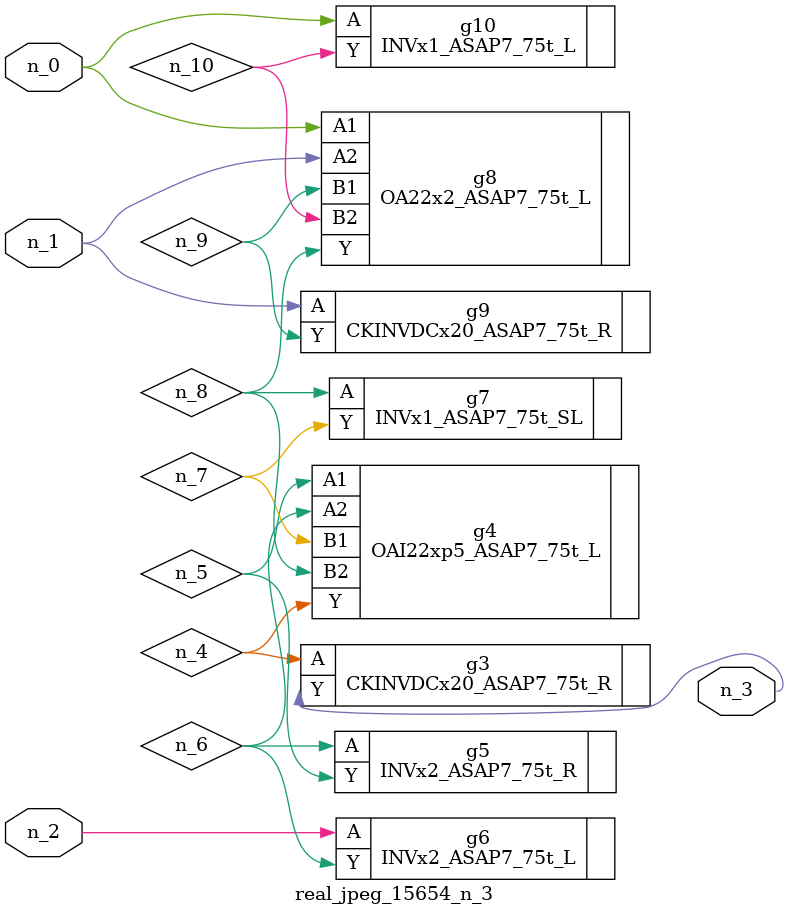
<source format=v>
module real_jpeg_15654_n_3 (n_1, n_0, n_2, n_3);

input n_1;
input n_0;
input n_2;

output n_3;

wire n_5;
wire n_4;
wire n_8;
wire n_6;
wire n_7;
wire n_10;
wire n_9;

OA22x2_ASAP7_75t_L g8 ( 
.A1(n_0),
.A2(n_1),
.B1(n_9),
.B2(n_10),
.Y(n_8)
);

INVx1_ASAP7_75t_L g10 ( 
.A(n_0),
.Y(n_10)
);

CKINVDCx20_ASAP7_75t_R g9 ( 
.A(n_1),
.Y(n_9)
);

INVx2_ASAP7_75t_L g6 ( 
.A(n_2),
.Y(n_6)
);

CKINVDCx20_ASAP7_75t_R g3 ( 
.A(n_4),
.Y(n_3)
);

OAI22xp5_ASAP7_75t_L g4 ( 
.A1(n_5),
.A2(n_6),
.B1(n_7),
.B2(n_8),
.Y(n_4)
);

INVx2_ASAP7_75t_R g5 ( 
.A(n_6),
.Y(n_5)
);

INVx1_ASAP7_75t_SL g7 ( 
.A(n_8),
.Y(n_7)
);


endmodule
</source>
